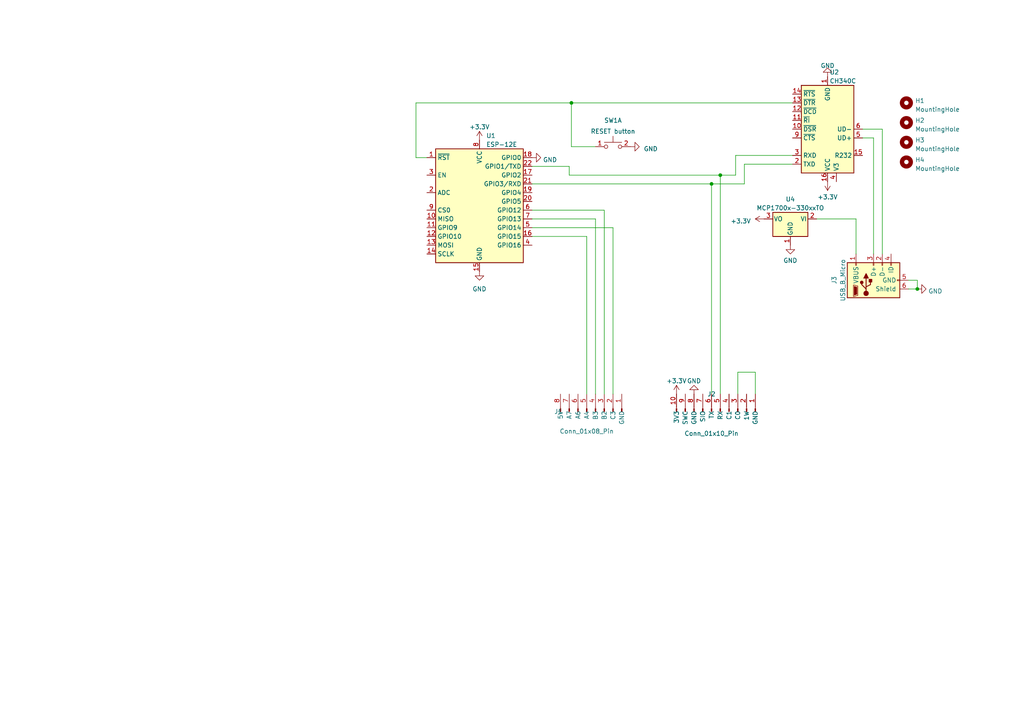
<source format=kicad_sch>
(kicad_sch (version 20221206) (generator eeschema)

  (uuid ce30f9c8-b1e1-44b0-aa84-47201fb61fb2)

  (paper "A4")

  (lib_symbols
    (symbol "Connector:Conn_01x08_Pin" (pin_names (offset 1.016)) (in_bom yes) (on_board yes)
      (property "Reference" "J1" (at 0 8.255 90)
        (effects (font (size 1.27 1.27)))
      )
      (property "Value" "Conn_01x08_Pin" (at 0 -6.35 90)
        (effects (font (size 1.27 1.27)))
      )
      (property "Footprint" "Connector_PinHeader_2.54mm:PinHeader_1x08_P2.54mm_Horizontal" (at 0 0 0)
        (effects (font (size 1.27 1.27)) hide)
      )
      (property "Datasheet" "~" (at 0 0 0)
        (effects (font (size 1.27 1.27)) hide)
      )
      (property "ki_locked" "" (at 0 0 0)
        (effects (font (size 1.27 1.27)))
      )
      (property "ki_keywords" "connector" (at 0 0 0)
        (effects (font (size 1.27 1.27)) hide)
      )
      (property "ki_description" "Generic connector, single row, 01x08, script generated" (at 0 0 0)
        (effects (font (size 1.27 1.27)) hide)
      )
      (property "ki_fp_filters" "Connector*:*_1x??_*" (at 0 0 0)
        (effects (font (size 1.27 1.27)) hide)
      )
      (symbol "Conn_01x08_Pin_1_1"
        (polyline
          (pts
            (xy 1.27 -10.16)
            (xy 0.8636 -10.16)
          )
          (stroke (width 0.1524) (type default))
          (fill (type none))
        )
        (polyline
          (pts
            (xy 1.27 -7.62)
            (xy 0.8636 -7.62)
          )
          (stroke (width 0.1524) (type default))
          (fill (type none))
        )
        (polyline
          (pts
            (xy 1.27 -5.08)
            (xy 0.8636 -5.08)
          )
          (stroke (width 0.1524) (type default))
          (fill (type none))
        )
        (polyline
          (pts
            (xy 1.27 -2.54)
            (xy 0.8636 -2.54)
          )
          (stroke (width 0.1524) (type default))
          (fill (type none))
        )
        (polyline
          (pts
            (xy 1.27 0)
            (xy 0.8636 0)
          )
          (stroke (width 0.1524) (type default))
          (fill (type none))
        )
        (polyline
          (pts
            (xy 1.27 2.54)
            (xy 0.8636 2.54)
          )
          (stroke (width 0.1524) (type default))
          (fill (type none))
        )
        (polyline
          (pts
            (xy 1.27 5.08)
            (xy 0.8636 5.08)
          )
          (stroke (width 0.1524) (type default))
          (fill (type none))
        )
        (polyline
          (pts
            (xy 1.27 7.62)
            (xy 0.8636 7.62)
          )
          (stroke (width 0.1524) (type default))
          (fill (type none))
        )
        (rectangle (start 0.8636 -10.033) (end 0 -10.287)
          (stroke (width 0.1524) (type default))
          (fill (type outline))
        )
        (rectangle (start 0.8636 -7.493) (end 0 -7.747)
          (stroke (width 0.1524) (type default))
          (fill (type outline))
        )
        (rectangle (start 0.8636 -4.953) (end 0 -5.207)
          (stroke (width 0.1524) (type default))
          (fill (type outline))
        )
        (rectangle (start 0.8636 -2.413) (end 0 -2.667)
          (stroke (width 0.1524) (type default))
          (fill (type outline))
        )
        (rectangle (start 0.8636 0.127) (end 0 -0.127)
          (stroke (width 0.1524) (type default))
          (fill (type outline))
        )
        (rectangle (start 0.8636 2.667) (end 0 2.413)
          (stroke (width 0.1524) (type default))
          (fill (type outline))
        )
        (rectangle (start 0.8636 5.207) (end 0 4.953)
          (stroke (width 0.1524) (type default))
          (fill (type outline))
        )
        (rectangle (start 0.8636 7.747) (end 0 7.493)
          (stroke (width 0.1524) (type default))
          (fill (type outline))
        )
        (pin passive line (at 5.08 -10.16 180) (length 3.81)
          (name "GND" (effects (font (size 1.27 1.27))))
          (number "1" (effects (font (size 1.27 1.27))))
        )
        (pin passive line (at 5.08 -7.62 180) (length 3.81)
          (name "C3" (effects (font (size 1.27 1.27))))
          (number "2" (effects (font (size 1.27 1.27))))
        )
        (pin passive line (at 5.08 -5.08 180) (length 3.81)
          (name "B2" (effects (font (size 1.27 1.27))))
          (number "3" (effects (font (size 1.27 1.27))))
        )
        (pin passive line (at 5.08 -2.54 180) (length 3.81)
          (name "B3" (effects (font (size 1.27 1.27))))
          (number "4" (effects (font (size 1.27 1.27))))
        )
        (pin passive line (at 5.08 0 180) (length 3.81)
          (name "A4" (effects (font (size 1.27 1.27))))
          (number "5" (effects (font (size 1.27 1.27))))
        )
        (pin passive line (at 5.08 2.54 180) (length 3.81)
          (name "A6" (effects (font (size 1.27 1.27))))
          (number "6" (effects (font (size 1.27 1.27))))
        )
        (pin passive line (at 5.08 5.08 180) (length 3.81)
          (name "A7" (effects (font (size 1.27 1.27))))
          (number "7" (effects (font (size 1.27 1.27))))
        )
        (pin passive line (at 5.08 7.62 180) (length 3.81)
          (name "5V" (effects (font (size 1.27 1.27))))
          (number "8" (effects (font (size 1.27 1.27))))
        )
      )
    )
    (symbol "Connector:Conn_01x10_Pin" (pin_names (offset 1.016)) (in_bom yes) (on_board yes)
      (property "Reference" "J2" (at 5.08 0 90)
        (effects (font (size 1.27 1.27)))
      )
      (property "Value" "Conn_01x10_Pin" (at 0 -6.35 90)
        (effects (font (size 1.27 1.27)))
      )
      (property "Footprint" "Connector_PinHeader_2.54mm:PinHeader_1x10_P2.54mm_Horizontal" (at 12.7 -8.89 90)
        (effects (font (size 1.27 1.27)) hide)
      )
      (property "Datasheet" "~" (at 0 0 0)
        (effects (font (size 1.27 1.27)) hide)
      )
      (property "ki_locked" "" (at 0 0 0)
        (effects (font (size 1.27 1.27)))
      )
      (property "ki_keywords" "connector" (at 0 0 0)
        (effects (font (size 1.27 1.27)) hide)
      )
      (property "ki_description" "Generic connector, single row, 01x10, script generated" (at 0 0 0)
        (effects (font (size 1.27 1.27)) hide)
      )
      (property "ki_fp_filters" "Connector*:*_1x??_*" (at 0 0 0)
        (effects (font (size 1.27 1.27)) hide)
      )
      (symbol "Conn_01x10_Pin_1_1"
        (polyline
          (pts
            (xy 1.27 -12.7)
            (xy 0.8636 -12.7)
          )
          (stroke (width 0.1524) (type default))
          (fill (type none))
        )
        (polyline
          (pts
            (xy 1.27 -10.16)
            (xy 0.8636 -10.16)
          )
          (stroke (width 0.1524) (type default))
          (fill (type none))
        )
        (polyline
          (pts
            (xy 1.27 -7.62)
            (xy 0.8636 -7.62)
          )
          (stroke (width 0.1524) (type default))
          (fill (type none))
        )
        (polyline
          (pts
            (xy 1.27 -5.08)
            (xy 0.8636 -5.08)
          )
          (stroke (width 0.1524) (type default))
          (fill (type none))
        )
        (polyline
          (pts
            (xy 1.27 -2.54)
            (xy 0.8636 -2.54)
          )
          (stroke (width 0.1524) (type default))
          (fill (type none))
        )
        (polyline
          (pts
            (xy 1.27 0)
            (xy 0.8636 0)
          )
          (stroke (width 0.1524) (type default))
          (fill (type none))
        )
        (polyline
          (pts
            (xy 1.27 2.54)
            (xy 0.8636 2.54)
          )
          (stroke (width 0.1524) (type default))
          (fill (type none))
        )
        (polyline
          (pts
            (xy 1.27 5.08)
            (xy 0.8636 5.08)
          )
          (stroke (width 0.1524) (type default))
          (fill (type none))
        )
        (polyline
          (pts
            (xy 1.27 7.62)
            (xy 0.8636 7.62)
          )
          (stroke (width 0.1524) (type default))
          (fill (type none))
        )
        (polyline
          (pts
            (xy 1.27 10.16)
            (xy 0.8636 10.16)
          )
          (stroke (width 0.1524) (type default))
          (fill (type none))
        )
        (rectangle (start 0.8636 -12.573) (end 0 -12.827)
          (stroke (width 0.1524) (type default))
          (fill (type outline))
        )
        (rectangle (start 0.8636 -10.033) (end 0 -10.287)
          (stroke (width 0.1524) (type default))
          (fill (type outline))
        )
        (rectangle (start 0.8636 -7.493) (end 0 -7.747)
          (stroke (width 0.1524) (type default))
          (fill (type outline))
        )
        (rectangle (start 0.8636 -4.953) (end 0 -5.207)
          (stroke (width 0.1524) (type default))
          (fill (type outline))
        )
        (rectangle (start 0.8636 -2.413) (end 0 -2.667)
          (stroke (width 0.1524) (type default))
          (fill (type outline))
        )
        (rectangle (start 0.8636 0.127) (end 0 -0.127)
          (stroke (width 0.1524) (type default))
          (fill (type outline))
        )
        (rectangle (start 0.8636 2.667) (end 0 2.413)
          (stroke (width 0.1524) (type default))
          (fill (type outline))
        )
        (rectangle (start 0.8636 5.207) (end 0 4.953)
          (stroke (width 0.1524) (type default))
          (fill (type outline))
        )
        (rectangle (start 0.8636 7.747) (end 0 7.493)
          (stroke (width 0.1524) (type default))
          (fill (type outline))
        )
        (rectangle (start 0.8636 10.287) (end 0 10.033)
          (stroke (width 0.1524) (type default))
          (fill (type outline))
        )
        (pin passive line (at 5.08 -12.7 180) (length 3.81)
          (name "GND" (effects (font (size 1.27 1.27))))
          (number "1" (effects (font (size 1.27 1.27))))
        )
        (pin passive line (at 5.08 10.16 180) (length 3.81)
          (name "3V3" (effects (font (size 1.27 1.27))))
          (number "10" (effects (font (size 1.27 1.27))))
        )
        (pin passive line (at 5.08 -10.16 180) (length 3.81)
          (name "1W" (effects (font (size 1.27 1.27))))
          (number "2" (effects (font (size 1.27 1.27))))
        )
        (pin passive line (at 5.08 -7.62 180) (length 3.81)
          (name "C0" (effects (font (size 1.27 1.27))))
          (number "3" (effects (font (size 1.27 1.27))))
        )
        (pin passive line (at 5.08 -5.08 180) (length 3.81)
          (name "C1" (effects (font (size 1.27 1.27))))
          (number "4" (effects (font (size 1.27 1.27))))
        )
        (pin passive line (at 5.08 -2.54 180) (length 3.81)
          (name "RX" (effects (font (size 1.27 1.27))))
          (number "5" (effects (font (size 1.27 1.27))))
        )
        (pin passive line (at 5.08 0 180) (length 3.81)
          (name "TX" (effects (font (size 1.27 1.27))))
          (number "6" (effects (font (size 1.27 1.27))))
        )
        (pin passive line (at 5.08 2.54 180) (length 3.81)
          (name "SIO" (effects (font (size 1.27 1.27))))
          (number "7" (effects (font (size 1.27 1.27))))
        )
        (pin passive line (at 5.08 5.08 180) (length 3.81)
          (name "GND" (effects (font (size 1.27 1.27))))
          (number "8" (effects (font (size 1.27 1.27))))
        )
        (pin passive line (at 5.08 7.62 180) (length 3.81)
          (name "SWC" (effects (font (size 1.27 1.27))))
          (number "9" (effects (font (size 1.27 1.27))))
        )
      )
    )
    (symbol "Connector:USB_B_Micro" (pin_names (offset 1.016)) (in_bom yes) (on_board yes)
      (property "Reference" "J" (at -5.08 11.43 0)
        (effects (font (size 1.27 1.27)) (justify left))
      )
      (property "Value" "USB_B_Micro" (at -5.08 8.89 0)
        (effects (font (size 1.27 1.27)) (justify left))
      )
      (property "Footprint" "" (at 3.81 -1.27 0)
        (effects (font (size 1.27 1.27)) hide)
      )
      (property "Datasheet" "~" (at 3.81 -1.27 0)
        (effects (font (size 1.27 1.27)) hide)
      )
      (property "ki_keywords" "connector USB micro" (at 0 0 0)
        (effects (font (size 1.27 1.27)) hide)
      )
      (property "ki_description" "USB Micro Type B connector" (at 0 0 0)
        (effects (font (size 1.27 1.27)) hide)
      )
      (property "ki_fp_filters" "USB*" (at 0 0 0)
        (effects (font (size 1.27 1.27)) hide)
      )
      (symbol "USB_B_Micro_0_1"
        (rectangle (start -5.08 -7.62) (end 5.08 7.62)
          (stroke (width 0.254) (type default))
          (fill (type background))
        )
        (circle (center -3.81 2.159) (radius 0.635)
          (stroke (width 0.254) (type default))
          (fill (type outline))
        )
        (circle (center -0.635 3.429) (radius 0.381)
          (stroke (width 0.254) (type default))
          (fill (type outline))
        )
        (rectangle (start -0.127 -7.62) (end 0.127 -6.858)
          (stroke (width 0) (type default))
          (fill (type none))
        )
        (polyline
          (pts
            (xy -1.905 2.159)
            (xy 0.635 2.159)
          )
          (stroke (width 0.254) (type default))
          (fill (type none))
        )
        (polyline
          (pts
            (xy -3.175 2.159)
            (xy -2.54 2.159)
            (xy -1.27 3.429)
            (xy -0.635 3.429)
          )
          (stroke (width 0.254) (type default))
          (fill (type none))
        )
        (polyline
          (pts
            (xy -2.54 2.159)
            (xy -1.905 2.159)
            (xy -1.27 0.889)
            (xy 0 0.889)
          )
          (stroke (width 0.254) (type default))
          (fill (type none))
        )
        (polyline
          (pts
            (xy 0.635 2.794)
            (xy 0.635 1.524)
            (xy 1.905 2.159)
            (xy 0.635 2.794)
          )
          (stroke (width 0.254) (type default))
          (fill (type outline))
        )
        (polyline
          (pts
            (xy -4.318 5.588)
            (xy -1.778 5.588)
            (xy -2.032 4.826)
            (xy -4.064 4.826)
            (xy -4.318 5.588)
          )
          (stroke (width 0) (type default))
          (fill (type outline))
        )
        (polyline
          (pts
            (xy -4.699 5.842)
            (xy -4.699 5.588)
            (xy -4.445 4.826)
            (xy -4.445 4.572)
            (xy -1.651 4.572)
            (xy -1.651 4.826)
            (xy -1.397 5.588)
            (xy -1.397 5.842)
            (xy -4.699 5.842)
          )
          (stroke (width 0) (type default))
          (fill (type none))
        )
        (rectangle (start 0.254 1.27) (end -0.508 0.508)
          (stroke (width 0.254) (type default))
          (fill (type outline))
        )
        (rectangle (start 5.08 -5.207) (end 4.318 -4.953)
          (stroke (width 0) (type default))
          (fill (type none))
        )
        (rectangle (start 5.08 -2.667) (end 4.318 -2.413)
          (stroke (width 0) (type default))
          (fill (type none))
        )
        (rectangle (start 5.08 -0.127) (end 4.318 0.127)
          (stroke (width 0) (type default))
          (fill (type none))
        )
        (rectangle (start 5.08 4.953) (end 4.318 5.207)
          (stroke (width 0) (type default))
          (fill (type none))
        )
      )
      (symbol "USB_B_Micro_1_1"
        (pin power_out line (at 7.62 5.08 180) (length 2.54)
          (name "VBUS" (effects (font (size 1.27 1.27))))
          (number "1" (effects (font (size 1.27 1.27))))
        )
        (pin bidirectional line (at 7.62 -2.54 180) (length 2.54)
          (name "D-" (effects (font (size 1.27 1.27))))
          (number "2" (effects (font (size 1.27 1.27))))
        )
        (pin bidirectional line (at 7.62 0 180) (length 2.54)
          (name "D+" (effects (font (size 1.27 1.27))))
          (number "3" (effects (font (size 1.27 1.27))))
        )
        (pin passive line (at 7.62 -5.08 180) (length 2.54)
          (name "ID" (effects (font (size 1.27 1.27))))
          (number "4" (effects (font (size 1.27 1.27))))
        )
        (pin power_out line (at 0 -10.16 90) (length 2.54)
          (name "GND" (effects (font (size 1.27 1.27))))
          (number "5" (effects (font (size 1.27 1.27))))
        )
        (pin passive line (at -2.54 -10.16 90) (length 2.54)
          (name "Shield" (effects (font (size 1.27 1.27))))
          (number "6" (effects (font (size 1.27 1.27))))
        )
      )
    )
    (symbol "Interface_USB:CH340C" (in_bom yes) (on_board yes)
      (property "Reference" "U" (at -5.08 13.97 0)
        (effects (font (size 1.27 1.27)) (justify right))
      )
      (property "Value" "CH340C" (at 1.27 13.97 0)
        (effects (font (size 1.27 1.27)) (justify left))
      )
      (property "Footprint" "Package_SO:SOIC-16_3.9x9.9mm_P1.27mm" (at 1.27 -13.97 0)
        (effects (font (size 1.27 1.27)) (justify left) hide)
      )
      (property "Datasheet" "https://datasheet.lcsc.com/szlcsc/Jiangsu-Qin-Heng-CH340C_C84681.pdf" (at -8.89 20.32 0)
        (effects (font (size 1.27 1.27)) hide)
      )
      (property "ki_keywords" "USB UART Serial Converter Interface" (at 0 0 0)
        (effects (font (size 1.27 1.27)) hide)
      )
      (property "ki_description" "USB serial converter, UART, SOIC-16" (at 0 0 0)
        (effects (font (size 1.27 1.27)) hide)
      )
      (property "ki_fp_filters" "SOIC*3.9x9.9mm*P1.27mm*" (at 0 0 0)
        (effects (font (size 1.27 1.27)) hide)
      )
      (symbol "CH340C_0_1"
        (rectangle (start -7.62 12.7) (end 7.62 -12.7)
          (stroke (width 0.254) (type default))
          (fill (type background))
        )
      )
      (symbol "CH340C_1_1"
        (pin power_in line (at 0 -15.24 90) (length 2.54)
          (name "GND" (effects (font (size 1.27 1.27))))
          (number "1" (effects (font (size 1.27 1.27))))
        )
        (pin input line (at 10.16 0 180) (length 2.54)
          (name "~{DSR}" (effects (font (size 1.27 1.27))))
          (number "10" (effects (font (size 1.27 1.27))))
        )
        (pin input line (at 10.16 -2.54 180) (length 2.54)
          (name "~{RI}" (effects (font (size 1.27 1.27))))
          (number "11" (effects (font (size 1.27 1.27))))
        )
        (pin input line (at 10.16 -5.08 180) (length 2.54)
          (name "~{DCD}" (effects (font (size 1.27 1.27))))
          (number "12" (effects (font (size 1.27 1.27))))
        )
        (pin output line (at 10.16 -7.62 180) (length 2.54)
          (name "~{DTR}" (effects (font (size 1.27 1.27))))
          (number "13" (effects (font (size 1.27 1.27))))
        )
        (pin output line (at 10.16 -10.16 180) (length 2.54)
          (name "~{RTS}" (effects (font (size 1.27 1.27))))
          (number "14" (effects (font (size 1.27 1.27))))
        )
        (pin input line (at -10.16 7.62 0) (length 2.54)
          (name "R232" (effects (font (size 1.27 1.27))))
          (number "15" (effects (font (size 1.27 1.27))))
        )
        (pin power_in line (at 0 15.24 270) (length 2.54)
          (name "VCC" (effects (font (size 1.27 1.27))))
          (number "16" (effects (font (size 1.27 1.27))))
        )
        (pin output line (at 10.16 10.16 180) (length 2.54)
          (name "TXD" (effects (font (size 1.27 1.27))))
          (number "2" (effects (font (size 1.27 1.27))))
        )
        (pin input line (at 10.16 7.62 180) (length 2.54)
          (name "RXD" (effects (font (size 1.27 1.27))))
          (number "3" (effects (font (size 1.27 1.27))))
        )
        (pin passive line (at -2.54 15.24 270) (length 2.54)
          (name "V3" (effects (font (size 1.27 1.27))))
          (number "4" (effects (font (size 1.27 1.27))))
        )
        (pin bidirectional line (at -10.16 2.54 0) (length 2.54)
          (name "UD+" (effects (font (size 1.27 1.27))))
          (number "5" (effects (font (size 1.27 1.27))))
        )
        (pin bidirectional line (at -10.16 0 0) (length 2.54)
          (name "UD-" (effects (font (size 1.27 1.27))))
          (number "6" (effects (font (size 1.27 1.27))))
        )
        (pin no_connect line (at -7.62 -7.62 0) (length 2.54) hide
          (name "NC" (effects (font (size 1.27 1.27))))
          (number "7" (effects (font (size 1.27 1.27))))
        )
        (pin no_connect line (at -7.62 -10.16 0) (length 2.54) hide
          (name "NC" (effects (font (size 1.27 1.27))))
          (number "8" (effects (font (size 1.27 1.27))))
        )
        (pin input line (at 10.16 2.54 180) (length 2.54)
          (name "~{CTS}" (effects (font (size 1.27 1.27))))
          (number "9" (effects (font (size 1.27 1.27))))
        )
      )
    )
    (symbol "Mechanical:MountingHole" (pin_names (offset 1.016)) (in_bom yes) (on_board yes)
      (property "Reference" "H" (at 0 5.08 0)
        (effects (font (size 1.27 1.27)))
      )
      (property "Value" "MountingHole" (at 0 3.175 0)
        (effects (font (size 1.27 1.27)))
      )
      (property "Footprint" "" (at 0 0 0)
        (effects (font (size 1.27 1.27)) hide)
      )
      (property "Datasheet" "~" (at 0 0 0)
        (effects (font (size 1.27 1.27)) hide)
      )
      (property "ki_keywords" "mounting hole" (at 0 0 0)
        (effects (font (size 1.27 1.27)) hide)
      )
      (property "ki_description" "Mounting Hole without connection" (at 0 0 0)
        (effects (font (size 1.27 1.27)) hide)
      )
      (property "ki_fp_filters" "MountingHole*" (at 0 0 0)
        (effects (font (size 1.27 1.27)) hide)
      )
      (symbol "MountingHole_0_1"
        (circle (center 0 0) (radius 1.27)
          (stroke (width 1.27) (type default))
          (fill (type none))
        )
      )
    )
    (symbol "RF_Module:ESP-12E" (in_bom yes) (on_board yes)
      (property "Reference" "U" (at -12.7 19.05 0)
        (effects (font (size 1.27 1.27)) (justify left))
      )
      (property "Value" "ESP-12E" (at 12.7 19.05 0)
        (effects (font (size 1.27 1.27)) (justify right))
      )
      (property "Footprint" "RF_Module:ESP-12E" (at 0 0 0)
        (effects (font (size 1.27 1.27)) hide)
      )
      (property "Datasheet" "http://wiki.ai-thinker.com/_media/esp8266/esp8266_series_modules_user_manual_v1.1.pdf" (at -8.89 2.54 0)
        (effects (font (size 1.27 1.27)) hide)
      )
      (property "ki_keywords" "802.11 Wi-Fi" (at 0 0 0)
        (effects (font (size 1.27 1.27)) hide)
      )
      (property "ki_description" "802.11 b/g/n Wi-Fi Module" (at 0 0 0)
        (effects (font (size 1.27 1.27)) hide)
      )
      (property "ki_fp_filters" "ESP?12*" (at 0 0 0)
        (effects (font (size 1.27 1.27)) hide)
      )
      (symbol "ESP-12E_0_1"
        (rectangle (start -12.7 17.78) (end 12.7 -15.24)
          (stroke (width 0.254) (type default))
          (fill (type background))
        )
      )
      (symbol "ESP-12E_1_1"
        (pin input line (at -15.24 15.24 0) (length 2.54)
          (name "~{RST}" (effects (font (size 1.27 1.27))))
          (number "1" (effects (font (size 1.27 1.27))))
        )
        (pin bidirectional line (at -15.24 -2.54 0) (length 2.54)
          (name "MISO" (effects (font (size 1.27 1.27))))
          (number "10" (effects (font (size 1.27 1.27))))
        )
        (pin bidirectional line (at -15.24 -5.08 0) (length 2.54)
          (name "GPIO9" (effects (font (size 1.27 1.27))))
          (number "11" (effects (font (size 1.27 1.27))))
        )
        (pin bidirectional line (at -15.24 -7.62 0) (length 2.54)
          (name "GPIO10" (effects (font (size 1.27 1.27))))
          (number "12" (effects (font (size 1.27 1.27))))
        )
        (pin bidirectional line (at -15.24 -10.16 0) (length 2.54)
          (name "MOSI" (effects (font (size 1.27 1.27))))
          (number "13" (effects (font (size 1.27 1.27))))
        )
        (pin bidirectional line (at -15.24 -12.7 0) (length 2.54)
          (name "SCLK" (effects (font (size 1.27 1.27))))
          (number "14" (effects (font (size 1.27 1.27))))
        )
        (pin power_in line (at 0 -17.78 90) (length 2.54)
          (name "GND" (effects (font (size 1.27 1.27))))
          (number "15" (effects (font (size 1.27 1.27))))
        )
        (pin bidirectional line (at 15.24 -7.62 180) (length 2.54)
          (name "GPIO15" (effects (font (size 1.27 1.27))))
          (number "16" (effects (font (size 1.27 1.27))))
        )
        (pin bidirectional line (at 15.24 10.16 180) (length 2.54)
          (name "GPIO2" (effects (font (size 1.27 1.27))))
          (number "17" (effects (font (size 1.27 1.27))))
        )
        (pin bidirectional line (at 15.24 15.24 180) (length 2.54)
          (name "GPIO0" (effects (font (size 1.27 1.27))))
          (number "18" (effects (font (size 1.27 1.27))))
        )
        (pin bidirectional line (at 15.24 5.08 180) (length 2.54)
          (name "GPIO4" (effects (font (size 1.27 1.27))))
          (number "19" (effects (font (size 1.27 1.27))))
        )
        (pin input line (at -15.24 5.08 0) (length 2.54)
          (name "ADC" (effects (font (size 1.27 1.27))))
          (number "2" (effects (font (size 1.27 1.27))))
        )
        (pin bidirectional line (at 15.24 2.54 180) (length 2.54)
          (name "GPIO5" (effects (font (size 1.27 1.27))))
          (number "20" (effects (font (size 1.27 1.27))))
        )
        (pin bidirectional line (at 15.24 7.62 180) (length 2.54)
          (name "GPIO3/RXD" (effects (font (size 1.27 1.27))))
          (number "21" (effects (font (size 1.27 1.27))))
        )
        (pin bidirectional line (at 15.24 12.7 180) (length 2.54)
          (name "GPIO1/TXD" (effects (font (size 1.27 1.27))))
          (number "22" (effects (font (size 1.27 1.27))))
        )
        (pin input line (at -15.24 10.16 0) (length 2.54)
          (name "EN" (effects (font (size 1.27 1.27))))
          (number "3" (effects (font (size 1.27 1.27))))
        )
        (pin bidirectional line (at 15.24 -10.16 180) (length 2.54)
          (name "GPIO16" (effects (font (size 1.27 1.27))))
          (number "4" (effects (font (size 1.27 1.27))))
        )
        (pin bidirectional line (at 15.24 -5.08 180) (length 2.54)
          (name "GPIO14" (effects (font (size 1.27 1.27))))
          (number "5" (effects (font (size 1.27 1.27))))
        )
        (pin bidirectional line (at 15.24 0 180) (length 2.54)
          (name "GPIO12" (effects (font (size 1.27 1.27))))
          (number "6" (effects (font (size 1.27 1.27))))
        )
        (pin bidirectional line (at 15.24 -2.54 180) (length 2.54)
          (name "GPIO13" (effects (font (size 1.27 1.27))))
          (number "7" (effects (font (size 1.27 1.27))))
        )
        (pin power_in line (at 0 20.32 270) (length 2.54)
          (name "VCC" (effects (font (size 1.27 1.27))))
          (number "8" (effects (font (size 1.27 1.27))))
        )
        (pin input line (at -15.24 0 0) (length 2.54)
          (name "CS0" (effects (font (size 1.27 1.27))))
          (number "9" (effects (font (size 1.27 1.27))))
        )
      )
    )
    (symbol "Regulator_Linear:MCP1700x-330xxTO" (pin_names (offset 0.254)) (in_bom yes) (on_board yes)
      (property "Reference" "U" (at -3.81 -3.175 0)
        (effects (font (size 1.27 1.27)))
      )
      (property "Value" "MCP1700x-330xxTO" (at 0 -3.175 0)
        (effects (font (size 1.27 1.27)) (justify left))
      )
      (property "Footprint" "Package_TO_SOT_THT:TO-92_Inline" (at 0 -5.08 0)
        (effects (font (size 1.27 1.27) italic) hide)
      )
      (property "Datasheet" "http://ww1.microchip.com/downloads/en/DeviceDoc/20001826D.pdf" (at 0 0 0)
        (effects (font (size 1.27 1.27)) hide)
      )
      (property "ki_keywords" "regulator linear ldo" (at 0 0 0)
        (effects (font (size 1.27 1.27)) hide)
      )
      (property "ki_description" "250mA Low Quiscent Current LDO, 3.3V output, TO-92" (at 0 0 0)
        (effects (font (size 1.27 1.27)) hide)
      )
      (property "ki_fp_filters" "TO?92*" (at 0 0 0)
        (effects (font (size 1.27 1.27)) hide)
      )
      (symbol "MCP1700x-330xxTO_0_1"
        (rectangle (start -5.08 5.08) (end 5.08 -1.905)
          (stroke (width 0.254) (type default))
          (fill (type background))
        )
      )
      (symbol "MCP1700x-330xxTO_1_1"
        (pin power_in line (at 0 7.62 270) (length 2.54)
          (name "GND" (effects (font (size 1.27 1.27))))
          (number "1" (effects (font (size 1.27 1.27))))
        )
        (pin power_in line (at -7.62 0 0) (length 2.54)
          (name "VI" (effects (font (size 1.27 1.27))))
          (number "2" (effects (font (size 1.27 1.27))))
        )
        (pin power_out line (at 7.62 0 180) (length 2.54)
          (name "VO" (effects (font (size 1.27 1.27))))
          (number "3" (effects (font (size 1.27 1.27))))
        )
      )
    )
    (symbol "Switch:SW_Push_Dual_x2" (pin_names (offset 1.016) hide) (in_bom yes) (on_board yes)
      (property "Reference" "SW" (at 1.27 2.54 0)
        (effects (font (size 1.27 1.27)) (justify left))
      )
      (property "Value" "SW_Push_Dual_x2" (at 0 -1.524 0)
        (effects (font (size 1.27 1.27)))
      )
      (property "Footprint" "" (at 0 5.08 0)
        (effects (font (size 1.27 1.27)) hide)
      )
      (property "Datasheet" "~" (at 0 5.08 0)
        (effects (font (size 1.27 1.27)) hide)
      )
      (property "ki_keywords" "switch normally-open pushbutton push-button" (at 0 0 0)
        (effects (font (size 1.27 1.27)) hide)
      )
      (property "ki_description" "Push button switch, generic, separate symbols, four pins" (at 0 0 0)
        (effects (font (size 1.27 1.27)) hide)
      )
      (symbol "SW_Push_Dual_x2_0_1"
        (circle (center -2.032 0) (radius 0.508)
          (stroke (width 0) (type default))
          (fill (type none))
        )
        (polyline
          (pts
            (xy 0 1.27)
            (xy 0 3.048)
          )
          (stroke (width 0) (type default))
          (fill (type none))
        )
        (polyline
          (pts
            (xy 2.54 1.27)
            (xy -2.54 1.27)
          )
          (stroke (width 0) (type default))
          (fill (type none))
        )
        (circle (center 2.032 0) (radius 0.508)
          (stroke (width 0) (type default))
          (fill (type none))
        )
      )
      (symbol "SW_Push_Dual_x2_1_1"
        (pin passive line (at -5.08 0 0) (length 2.54)
          (name "C" (effects (font (size 1.27 1.27))))
          (number "1" (effects (font (size 1.27 1.27))))
        )
        (pin passive line (at 5.08 0 180) (length 2.54)
          (name "D" (effects (font (size 1.27 1.27))))
          (number "2" (effects (font (size 1.27 1.27))))
        )
      )
      (symbol "SW_Push_Dual_x2_2_1"
        (pin passive line (at -5.08 0 0) (length 2.54)
          (name "C" (effects (font (size 1.27 1.27))))
          (number "3" (effects (font (size 1.27 1.27))))
        )
        (pin passive line (at 5.08 0 180) (length 2.54)
          (name "D" (effects (font (size 1.27 1.27))))
          (number "4" (effects (font (size 1.27 1.27))))
        )
      )
    )
    (symbol "power:+3.3V" (power) (pin_names (offset 0)) (in_bom yes) (on_board yes)
      (property "Reference" "#PWR" (at 0 -3.81 0)
        (effects (font (size 1.27 1.27)) hide)
      )
      (property "Value" "+3.3V" (at 0 3.556 0)
        (effects (font (size 1.27 1.27)))
      )
      (property "Footprint" "" (at 0 0 0)
        (effects (font (size 1.27 1.27)) hide)
      )
      (property "Datasheet" "" (at 0 0 0)
        (effects (font (size 1.27 1.27)) hide)
      )
      (property "ki_keywords" "global power" (at 0 0 0)
        (effects (font (size 1.27 1.27)) hide)
      )
      (property "ki_description" "Power symbol creates a global label with name \"+3.3V\"" (at 0 0 0)
        (effects (font (size 1.27 1.27)) hide)
      )
      (symbol "+3.3V_0_1"
        (polyline
          (pts
            (xy -0.762 1.27)
            (xy 0 2.54)
          )
          (stroke (width 0) (type default))
          (fill (type none))
        )
        (polyline
          (pts
            (xy 0 0)
            (xy 0 2.54)
          )
          (stroke (width 0) (type default))
          (fill (type none))
        )
        (polyline
          (pts
            (xy 0 2.54)
            (xy 0.762 1.27)
          )
          (stroke (width 0) (type default))
          (fill (type none))
        )
      )
      (symbol "+3.3V_1_1"
        (pin power_in line (at 0 0 90) (length 0) hide
          (name "+3.3V" (effects (font (size 1.27 1.27))))
          (number "1" (effects (font (size 1.27 1.27))))
        )
      )
    )
    (symbol "power:GND" (power) (pin_names (offset 0)) (in_bom yes) (on_board yes)
      (property "Reference" "#PWR" (at 0 -6.35 0)
        (effects (font (size 1.27 1.27)) hide)
      )
      (property "Value" "GND" (at 0 -3.81 0)
        (effects (font (size 1.27 1.27)))
      )
      (property "Footprint" "" (at 0 0 0)
        (effects (font (size 1.27 1.27)) hide)
      )
      (property "Datasheet" "" (at 0 0 0)
        (effects (font (size 1.27 1.27)) hide)
      )
      (property "ki_keywords" "global power" (at 0 0 0)
        (effects (font (size 1.27 1.27)) hide)
      )
      (property "ki_description" "Power symbol creates a global label with name \"GND\" , ground" (at 0 0 0)
        (effects (font (size 1.27 1.27)) hide)
      )
      (symbol "GND_0_1"
        (polyline
          (pts
            (xy 0 0)
            (xy 0 -1.27)
            (xy 1.27 -1.27)
            (xy 0 -2.54)
            (xy -1.27 -1.27)
            (xy 0 -1.27)
          )
          (stroke (width 0) (type default))
          (fill (type none))
        )
      )
      (symbol "GND_1_1"
        (pin power_in line (at 0 0 270) (length 0) hide
          (name "GND" (effects (font (size 1.27 1.27))))
          (number "1" (effects (font (size 1.27 1.27))))
        )
      )
    )
  )

  (junction (at 266.065 83.82) (diameter 0) (color 0 0 0 0)
    (uuid 23ac4efa-104c-4187-bb6b-5163c0a33a72)
  )
  (junction (at 165.735 29.845) (diameter 0) (color 0 0 0 0)
    (uuid 56959a2a-11d3-44db-99bd-cf90b374ea6e)
  )
  (junction (at 206.375 53.34) (diameter 0) (color 0 0 0 0)
    (uuid 683b1346-07c7-484d-bc63-47ae819c55bb)
  )
  (junction (at 208.915 50.8) (diameter 0) (color 0 0 0 0)
    (uuid bb43fabe-852d-41d4-9546-df1b4fac36dc)
  )

  (wire (pts (xy 236.855 63.5) (xy 248.285 63.5))
    (stroke (width 0) (type default))
    (uuid 023c0a4c-4546-460d-b62d-cfccd0c3fa51)
  )
  (wire (pts (xy 229.87 45.085) (xy 213.36 45.085))
    (stroke (width 0) (type default))
    (uuid 0a3ea1dc-606a-49f7-a784-3038d78229d8)
  )
  (wire (pts (xy 177.8 114.3) (xy 177.8 66.04))
    (stroke (width 0) (type default))
    (uuid 1e6ea938-8de4-4fee-a216-b7603a273403)
  )
  (wire (pts (xy 165.1 50.8) (xy 165.1 48.26))
    (stroke (width 0) (type default))
    (uuid 23a19a65-8879-4a81-9d07-3084f76f2c35)
  )
  (wire (pts (xy 170.18 68.58) (xy 170.18 114.3))
    (stroke (width 0) (type default))
    (uuid 2fb0eb34-f9a8-458f-b6ab-85f656818461)
  )
  (wire (pts (xy 255.905 37.465) (xy 255.905 73.66))
    (stroke (width 0) (type default))
    (uuid 30cc747d-3d4f-40bd-a68d-f63a5ca709e2)
  )
  (wire (pts (xy 248.285 63.5) (xy 248.285 73.66))
    (stroke (width 0) (type default))
    (uuid 37a7b09a-38f6-4b1c-a0c1-a5522afa044c)
  )
  (wire (pts (xy 206.375 114.3) (xy 206.375 53.34))
    (stroke (width 0) (type default))
    (uuid 439dbe2e-910a-4296-a63f-2109f7e314ec)
  )
  (wire (pts (xy 206.375 53.34) (xy 154.305 53.34))
    (stroke (width 0) (type default))
    (uuid 50756423-3a46-4c0f-b513-ff92e04de370)
  )
  (wire (pts (xy 213.36 45.085) (xy 213.36 50.8))
    (stroke (width 0) (type default))
    (uuid 5400e5fb-a79e-436e-a4f1-619f30bf31ef)
  )
  (wire (pts (xy 208.915 114.3) (xy 208.915 50.8))
    (stroke (width 0) (type default))
    (uuid 576ade3b-1173-48ef-bb09-723dedd02159)
  )
  (wire (pts (xy 250.19 40.005) (xy 253.365 40.005))
    (stroke (width 0) (type default))
    (uuid 5ff076c4-0fab-4ec4-9e08-7af6ae5eeaca)
  )
  (wire (pts (xy 213.995 107.95) (xy 213.995 114.3))
    (stroke (width 0) (type default))
    (uuid 605d1c09-a05f-4d34-9b33-0ee3e902c7c8)
  )
  (wire (pts (xy 120.65 29.845) (xy 165.735 29.845))
    (stroke (width 0) (type default))
    (uuid 61b0ea69-5469-4e17-838c-f728f924c416)
  )
  (wire (pts (xy 263.525 83.82) (xy 266.065 83.82))
    (stroke (width 0) (type default))
    (uuid 73f7d6cd-d3f9-4c5f-bacd-77d55ba36b5c)
  )
  (wire (pts (xy 213.36 50.8) (xy 208.915 50.8))
    (stroke (width 0) (type default))
    (uuid 79e37da4-b53a-433e-b197-3b3c9338f30e)
  )
  (wire (pts (xy 253.365 40.005) (xy 253.365 73.66))
    (stroke (width 0) (type default))
    (uuid 85139431-3195-40ba-8c77-bb60b5457667)
  )
  (wire (pts (xy 165.1 48.26) (xy 154.305 48.26))
    (stroke (width 0) (type default))
    (uuid 8db20b06-c175-44c0-995d-db5536aaacd3)
  )
  (wire (pts (xy 229.87 47.625) (xy 215.9 47.625))
    (stroke (width 0) (type default))
    (uuid 8ec5b4ec-29cc-43ff-b8ad-cdb49abad2be)
  )
  (wire (pts (xy 165.735 29.845) (xy 229.87 29.845))
    (stroke (width 0) (type default))
    (uuid 927626af-0890-4a16-953d-98811e9c2f9a)
  )
  (wire (pts (xy 266.065 81.28) (xy 263.525 81.28))
    (stroke (width 0) (type default))
    (uuid 9a0996c2-ce0f-47e6-9eae-47006f7de20e)
  )
  (wire (pts (xy 172.72 42.545) (xy 165.735 42.545))
    (stroke (width 0) (type default))
    (uuid a5c9d2e1-ff06-4635-81e9-aec86915cf8b)
  )
  (wire (pts (xy 208.915 50.8) (xy 165.1 50.8))
    (stroke (width 0) (type default))
    (uuid aa400a81-dfdf-4a3f-826e-b78ea01266f6)
  )
  (wire (pts (xy 172.72 63.5) (xy 172.72 114.3))
    (stroke (width 0) (type default))
    (uuid b1fdbf5e-fed8-41f2-bb86-149b89687081)
  )
  (wire (pts (xy 219.075 107.95) (xy 213.995 107.95))
    (stroke (width 0) (type default))
    (uuid b46f6648-8cc0-401f-92fb-12751036a966)
  )
  (wire (pts (xy 154.305 68.58) (xy 170.18 68.58))
    (stroke (width 0) (type default))
    (uuid b4d36b42-11af-44a3-b3ac-75f41e497841)
  )
  (wire (pts (xy 175.26 60.96) (xy 175.26 114.3))
    (stroke (width 0) (type default))
    (uuid b6e68050-7260-421a-982e-6091757b63d7)
  )
  (wire (pts (xy 123.825 45.72) (xy 120.65 45.72))
    (stroke (width 0) (type default))
    (uuid bcbc1214-5448-4bd5-9981-70408464b522)
  )
  (wire (pts (xy 165.735 42.545) (xy 165.735 29.845))
    (stroke (width 0) (type default))
    (uuid bd864961-f3ab-4335-bd1b-3945d8613ed3)
  )
  (wire (pts (xy 266.065 83.82) (xy 266.065 81.28))
    (stroke (width 0) (type default))
    (uuid c3146042-ce3f-438e-9d67-227d11a65567)
  )
  (wire (pts (xy 177.8 66.04) (xy 154.305 66.04))
    (stroke (width 0) (type default))
    (uuid c787e605-3c6e-4190-a2dd-40fb97ada2af)
  )
  (wire (pts (xy 215.9 47.625) (xy 215.9 53.34))
    (stroke (width 0) (type default))
    (uuid d419dbc4-4580-4ead-a560-112c869b0d30)
  )
  (wire (pts (xy 154.305 63.5) (xy 172.72 63.5))
    (stroke (width 0) (type default))
    (uuid db4fd394-f0c4-4ee7-af08-50578836dc08)
  )
  (wire (pts (xy 120.65 29.845) (xy 120.65 45.72))
    (stroke (width 0) (type default))
    (uuid e8985885-3193-49c2-92f4-442184ae66e4)
  )
  (wire (pts (xy 219.075 114.3) (xy 219.075 107.95))
    (stroke (width 0) (type default))
    (uuid ea87b613-7b5f-495e-96b3-ec50c01be5d2)
  )
  (wire (pts (xy 250.19 37.465) (xy 255.905 37.465))
    (stroke (width 0) (type default))
    (uuid f5976a1b-ec8b-4210-84fa-e2dc63d7ad8a)
  )
  (wire (pts (xy 215.9 53.34) (xy 206.375 53.34))
    (stroke (width 0) (type default))
    (uuid f5a21018-8456-4efe-b28d-8e09fd6268d3)
  )
  (wire (pts (xy 154.305 60.96) (xy 175.26 60.96))
    (stroke (width 0) (type default))
    (uuid fd1c2352-4744-4dbd-94ed-be3a41268ae6)
  )

  (symbol (lib_id "power:GND") (at 240.03 22.225 180) (unit 1)
    (in_bom yes) (on_board yes) (dnp no) (fields_autoplaced)
    (uuid 07a1078c-ead2-487a-ba3a-2017dd16d18a)
    (property "Reference" "#PWR010" (at 240.03 15.875 0)
      (effects (font (size 1.27 1.27)) hide)
    )
    (property "Value" "GND" (at 240.03 19.05 0)
      (effects (font (size 1.27 1.27)))
    )
    (property "Footprint" "" (at 240.03 22.225 0)
      (effects (font (size 1.27 1.27)) hide)
    )
    (property "Datasheet" "" (at 240.03 22.225 0)
      (effects (font (size 1.27 1.27)) hide)
    )
    (pin "1" (uuid b9f18f07-f196-4100-853d-589323e87f0d))
    (instances
      (project "esp8266-flipperzero"
        (path "/ce30f9c8-b1e1-44b0-aa84-47201fb61fb2"
          (reference "#PWR010") (unit 1)
        )
      )
    )
  )

  (symbol (lib_id "Connector:Conn_01x08_Pin") (at 170.18 119.38 90) (unit 1)
    (in_bom yes) (on_board yes) (dnp no)
    (uuid 16b2d808-4407-495e-9ea5-62a2a2c8fee6)
    (property "Reference" "J1" (at 161.925 119.38 90)
      (effects (font (size 1.27 1.27)))
    )
    (property "Value" "Conn_01x08_Pin" (at 170.18 125.095 90)
      (effects (font (size 1.27 1.27)))
    )
    (property "Footprint" "Connector_PinHeader_2.54mm:PinHeader_1x08_P2.54mm_Horizontal" (at 170.18 119.38 0)
      (effects (font (size 1.27 1.27)) hide)
    )
    (property "Datasheet" "~" (at 170.18 119.38 0)
      (effects (font (size 1.27 1.27)) hide)
    )
    (pin "8" (uuid a436f9b8-a7dc-4d6a-a771-c84530046f67))
    (pin "7" (uuid 0d48d6f0-eeb1-4107-92f6-df3203fc6818))
    (pin "6" (uuid acae1c17-63d7-4883-9f58-dd7180fc030c))
    (pin "5" (uuid 030c1aa3-5b24-4f2c-b1d4-82895ee77241))
    (pin "4" (uuid 581f3f49-278e-4f4e-b77c-4202e0a595e5))
    (pin "3" (uuid f79e5c59-9223-4f55-b7db-168ef5870c77))
    (pin "2" (uuid 454d2fc9-f73b-4ae7-a086-b91160d6d809))
    (pin "1" (uuid 06fe5768-bce7-4c7e-a754-2a82e55650ed))
    (instances
      (project "esp8266-flipperzero"
        (path "/ce30f9c8-b1e1-44b0-aa84-47201fb61fb2"
          (reference "J1") (unit 1)
        )
      )
    )
  )

  (symbol (lib_id "power:GND") (at 266.065 83.82 90) (unit 1)
    (in_bom yes) (on_board yes) (dnp no) (fields_autoplaced)
    (uuid 1a97468a-0cdb-4711-a5a8-a1d4a31e8c53)
    (property "Reference" "#PWR07" (at 272.415 83.82 0)
      (effects (font (size 1.27 1.27)) hide)
    )
    (property "Value" "GND" (at 269.24 84.455 90)
      (effects (font (size 1.27 1.27)) (justify right))
    )
    (property "Footprint" "" (at 266.065 83.82 0)
      (effects (font (size 1.27 1.27)) hide)
    )
    (property "Datasheet" "" (at 266.065 83.82 0)
      (effects (font (size 1.27 1.27)) hide)
    )
    (pin "1" (uuid 74053bbf-41b4-457d-a9b6-87fa1776a0c6))
    (instances
      (project "esp8266-flipperzero"
        (path "/ce30f9c8-b1e1-44b0-aa84-47201fb61fb2"
          (reference "#PWR07") (unit 1)
        )
      )
    )
  )

  (symbol (lib_id "Switch:SW_Push_Dual_x2") (at 177.8 42.545 0) (unit 1)
    (in_bom yes) (on_board yes) (dnp no)
    (uuid 2aa468d9-c2ae-4a75-97b7-7c9743afb3ce)
    (property "Reference" "SW1" (at 177.8 34.925 0)
      (effects (font (size 1.27 1.27)))
    )
    (property "Value" "RESET button" (at 177.8 38.1 0)
      (effects (font (size 1.27 1.27)))
    )
    (property "Footprint" "Button_Switch_SMD:SW_SPST_SKQG_WithStem" (at 177.8 37.465 0)
      (effects (font (size 1.27 1.27)) hide)
    )
    (property "Datasheet" "~" (at 177.8 37.465 0)
      (effects (font (size 1.27 1.27)) hide)
    )
    (pin "1" (uuid e726ebb5-6898-4582-a4a3-14cc9f46a299))
    (pin "2" (uuid 1d6cfcf7-b989-445e-9774-7632b33c9e33))
    (pin "3" (uuid 3a49b985-a35d-44ad-8af6-31dc8b6c2e09))
    (pin "4" (uuid 6ab19d27-9813-45d8-8ae1-8f6757530fa0))
    (instances
      (project "esp8266-flipperzero"
        (path "/ce30f9c8-b1e1-44b0-aa84-47201fb61fb2"
          (reference "SW1") (unit 1)
        )
      )
    )
  )

  (symbol (lib_id "power:+3.3V") (at 139.065 40.64 0) (unit 1)
    (in_bom yes) (on_board yes) (dnp no) (fields_autoplaced)
    (uuid 2d293f86-e078-440b-986a-bb0f7ad90afc)
    (property "Reference" "#PWR01" (at 139.065 44.45 0)
      (effects (font (size 1.27 1.27)) hide)
    )
    (property "Value" "+3.3V" (at 139.065 36.83 0)
      (effects (font (size 1.27 1.27)))
    )
    (property "Footprint" "" (at 139.065 40.64 0)
      (effects (font (size 1.27 1.27)) hide)
    )
    (property "Datasheet" "" (at 139.065 40.64 0)
      (effects (font (size 1.27 1.27)) hide)
    )
    (pin "1" (uuid 5357df91-62b1-44c4-95ab-1b0356874ce5))
    (instances
      (project "esp8266-flipperzero"
        (path "/ce30f9c8-b1e1-44b0-aa84-47201fb61fb2"
          (reference "#PWR01") (unit 1)
        )
      )
    )
  )

  (symbol (lib_id "Mechanical:MountingHole") (at 262.89 29.845 0) (unit 1)
    (in_bom yes) (on_board yes) (dnp no) (fields_autoplaced)
    (uuid 3d24152a-c356-43d2-a517-9d7ef2ba3a75)
    (property "Reference" "H1" (at 265.43 29.21 0)
      (effects (font (size 1.27 1.27)) (justify left))
    )
    (property "Value" "MountingHole" (at 265.43 31.75 0)
      (effects (font (size 1.27 1.27)) (justify left))
    )
    (property "Footprint" "MountingHole:MountingHole_3.2mm_M3" (at 262.89 29.845 0)
      (effects (font (size 1.27 1.27)) hide)
    )
    (property "Datasheet" "~" (at 262.89 29.845 0)
      (effects (font (size 1.27 1.27)) hide)
    )
    (instances
      (project "esp8266-flipperzero"
        (path "/ce30f9c8-b1e1-44b0-aa84-47201fb61fb2"
          (reference "H1") (unit 1)
        )
      )
    )
  )

  (symbol (lib_id "Mechanical:MountingHole") (at 262.89 35.56 0) (unit 1)
    (in_bom yes) (on_board yes) (dnp no) (fields_autoplaced)
    (uuid 3e6c7800-4283-4a2a-a3c0-e69c36316e1d)
    (property "Reference" "H2" (at 265.43 34.925 0)
      (effects (font (size 1.27 1.27)) (justify left))
    )
    (property "Value" "MountingHole" (at 265.43 37.465 0)
      (effects (font (size 1.27 1.27)) (justify left))
    )
    (property "Footprint" "MountingHole:MountingHole_3.2mm_M3" (at 262.89 35.56 0)
      (effects (font (size 1.27 1.27)) hide)
    )
    (property "Datasheet" "~" (at 262.89 35.56 0)
      (effects (font (size 1.27 1.27)) hide)
    )
    (instances
      (project "esp8266-flipperzero"
        (path "/ce30f9c8-b1e1-44b0-aa84-47201fb61fb2"
          (reference "H2") (unit 1)
        )
      )
    )
  )

  (symbol (lib_id "Interface_USB:CH340C") (at 240.03 37.465 180) (unit 1)
    (in_bom yes) (on_board yes) (dnp no) (fields_autoplaced)
    (uuid 3ec470a3-2ffc-4b37-8c12-af14b5c11675)
    (property "Reference" "U2" (at 240.6141 20.955 0)
      (effects (font (size 1.27 1.27)) (justify right))
    )
    (property "Value" "CH340C" (at 240.6141 23.495 0)
      (effects (font (size 1.27 1.27)) (justify right))
    )
    (property "Footprint" "Package_SO:SOIC-16_3.9x9.9mm_P1.27mm" (at 238.76 23.495 0)
      (effects (font (size 1.27 1.27)) (justify left) hide)
    )
    (property "Datasheet" "https://datasheet.lcsc.com/szlcsc/Jiangsu-Qin-Heng-CH340C_C84681.pdf" (at 248.92 57.785 0)
      (effects (font (size 1.27 1.27)) hide)
    )
    (pin "1" (uuid c4007ada-17d6-464d-addf-7f82544d30c3))
    (pin "10" (uuid 56f561da-eb40-48be-b15d-6fd149979235))
    (pin "11" (uuid bb17aeb8-0462-48d3-9056-a2eec4061e3e))
    (pin "12" (uuid d020f0d0-b7e8-4065-88e3-918706b8d323))
    (pin "13" (uuid e4f6abf6-49c5-4955-bbbc-d67702abcd1e))
    (pin "14" (uuid 1800f172-ce72-43cf-a36d-e3dbcb9be383))
    (pin "15" (uuid bceef44c-91c4-4c61-ba9f-03d2f7fbf7e4))
    (pin "16" (uuid cb7dad65-2e34-4bbc-a1e6-8cc2f9d95f7e))
    (pin "2" (uuid 25bbf9d5-03df-4a03-bc11-8f050181d1de))
    (pin "3" (uuid 948ebb7b-3f97-471e-8aba-a11b35ac6c1b))
    (pin "4" (uuid 7e5b2cfd-0bac-4443-85ae-deeff3b9d081))
    (pin "5" (uuid 18916d11-3ccb-48a7-a150-db665d993266))
    (pin "6" (uuid b95479df-b265-4f66-b25d-9d639a70958e))
    (pin "7" (uuid 0c944374-b84d-410f-b8eb-e07e8d1d5e33))
    (pin "8" (uuid 9ff3eb1d-6b50-49a2-8ab3-3e5f24679000))
    (pin "9" (uuid 8d47abdd-735d-48a1-96de-354289b88089))
    (instances
      (project "esp8266-flipperzero"
        (path "/ce30f9c8-b1e1-44b0-aa84-47201fb61fb2"
          (reference "U2") (unit 1)
        )
      )
    )
  )

  (symbol (lib_id "power:GND") (at 154.305 45.72 90) (unit 1)
    (in_bom yes) (on_board yes) (dnp no) (fields_autoplaced)
    (uuid 47e7307e-c347-4bcb-a146-0bb14d842b24)
    (property "Reference" "#PWR08" (at 160.655 45.72 0)
      (effects (font (size 1.27 1.27)) hide)
    )
    (property "Value" "GND" (at 157.48 46.355 90)
      (effects (font (size 1.27 1.27)) (justify right))
    )
    (property "Footprint" "" (at 154.305 45.72 0)
      (effects (font (size 1.27 1.27)) hide)
    )
    (property "Datasheet" "" (at 154.305 45.72 0)
      (effects (font (size 1.27 1.27)) hide)
    )
    (pin "1" (uuid f59e70f3-1a0a-4bd3-8989-a1b0b7c93bea))
    (instances
      (project "esp8266-flipperzero"
        (path "/ce30f9c8-b1e1-44b0-aa84-47201fb61fb2"
          (reference "#PWR08") (unit 1)
        )
      )
    )
  )

  (symbol (lib_id "power:GND") (at 182.88 42.545 90) (unit 1)
    (in_bom yes) (on_board yes) (dnp no) (fields_autoplaced)
    (uuid 4a96ce8f-f995-43fb-ba7d-7c2a59bfe118)
    (property "Reference" "#PWR09" (at 189.23 42.545 0)
      (effects (font (size 1.27 1.27)) hide)
    )
    (property "Value" "GND" (at 186.69 43.18 90)
      (effects (font (size 1.27 1.27)) (justify right))
    )
    (property "Footprint" "" (at 182.88 42.545 0)
      (effects (font (size 1.27 1.27)) hide)
    )
    (property "Datasheet" "" (at 182.88 42.545 0)
      (effects (font (size 1.27 1.27)) hide)
    )
    (pin "1" (uuid b793d576-7431-45d1-878e-9d31046f1358))
    (instances
      (project "esp8266-flipperzero"
        (path "/ce30f9c8-b1e1-44b0-aa84-47201fb61fb2"
          (reference "#PWR09") (unit 1)
        )
      )
    )
  )

  (symbol (lib_id "Mechanical:MountingHole") (at 262.89 46.99 0) (unit 1)
    (in_bom yes) (on_board yes) (dnp no) (fields_autoplaced)
    (uuid 5f2b3124-b978-4dca-8714-4153ed6226ea)
    (property "Reference" "H4" (at 265.43 46.355 0)
      (effects (font (size 1.27 1.27)) (justify left))
    )
    (property "Value" "MountingHole" (at 265.43 48.895 0)
      (effects (font (size 1.27 1.27)) (justify left))
    )
    (property "Footprint" "MountingHole:MountingHole_3.2mm_M3" (at 262.89 46.99 0)
      (effects (font (size 1.27 1.27)) hide)
    )
    (property "Datasheet" "~" (at 262.89 46.99 0)
      (effects (font (size 1.27 1.27)) hide)
    )
    (instances
      (project "esp8266-flipperzero"
        (path "/ce30f9c8-b1e1-44b0-aa84-47201fb61fb2"
          (reference "H4") (unit 1)
        )
      )
    )
  )

  (symbol (lib_id "power:GND") (at 139.065 78.74 0) (unit 1)
    (in_bom yes) (on_board yes) (dnp no) (fields_autoplaced)
    (uuid 62c4073a-14f2-4412-9a6f-ce64a0121636)
    (property "Reference" "#PWR04" (at 139.065 85.09 0)
      (effects (font (size 1.27 1.27)) hide)
    )
    (property "Value" "GND" (at 139.065 83.82 0)
      (effects (font (size 1.27 1.27)))
    )
    (property "Footprint" "" (at 139.065 78.74 0)
      (effects (font (size 1.27 1.27)) hide)
    )
    (property "Datasheet" "" (at 139.065 78.74 0)
      (effects (font (size 1.27 1.27)) hide)
    )
    (pin "1" (uuid 73aa1271-16b9-4364-8a27-0dc511295fb7))
    (instances
      (project "esp8266-flipperzero"
        (path "/ce30f9c8-b1e1-44b0-aa84-47201fb61fb2"
          (reference "#PWR04") (unit 1)
        )
      )
    )
  )

  (symbol (lib_id "RF_Module:ESP-12E") (at 139.065 60.96 0) (unit 1)
    (in_bom yes) (on_board yes) (dnp no) (fields_autoplaced)
    (uuid 69f9ae7f-d028-403c-8923-c47bbf2cf9dd)
    (property "Reference" "U1" (at 141.0209 39.37 0)
      (effects (font (size 1.27 1.27)) (justify left))
    )
    (property "Value" "ESP-12E" (at 141.0209 41.91 0)
      (effects (font (size 1.27 1.27)) (justify left))
    )
    (property "Footprint" "RF_Module:ESP-12E" (at 139.065 60.96 0)
      (effects (font (size 1.27 1.27)) hide)
    )
    (property "Datasheet" "http://wiki.ai-thinker.com/_media/esp8266/esp8266_series_modules_user_manual_v1.1.pdf" (at 130.175 58.42 0)
      (effects (font (size 1.27 1.27)) hide)
    )
    (pin "1" (uuid ecf1acf3-dd1b-4c09-8bcd-a3fbaeb9f532))
    (pin "10" (uuid c5987354-b166-40bd-8b40-211297a3aff3))
    (pin "11" (uuid 94186431-7098-4478-91c7-969e02743d14))
    (pin "12" (uuid 1daa3767-21fd-49b3-badb-955904b3bc31))
    (pin "13" (uuid 124f32b2-ebd6-49f2-aa74-e1e743a6b6f0))
    (pin "14" (uuid 7003be2c-ee88-4f57-a7e8-f6e10992bcd8))
    (pin "15" (uuid 35062074-747a-4a03-8098-52dc6b219383))
    (pin "16" (uuid 9344ce6f-8610-4837-971f-ff155ba172b8))
    (pin "17" (uuid 81fd46b0-6efd-4bff-9727-0d9927a641b3))
    (pin "18" (uuid 0bddf1f1-2af9-4e33-b664-f2f3f311afe0))
    (pin "19" (uuid 03e8e414-a4c5-49a2-9e18-1b8db9b1988c))
    (pin "2" (uuid 63c4792e-322a-40b0-8591-5649f5f4e5f9))
    (pin "20" (uuid 671e2e07-a6ea-4e51-bb87-a5b9c4aec2ea))
    (pin "21" (uuid 8eeb1133-a645-4ad6-905c-5267bfce2660))
    (pin "22" (uuid 3662bfd4-5686-4415-ad2b-28bcf07331d3))
    (pin "3" (uuid d72739cf-0beb-417f-ac4a-05fab9129ded))
    (pin "4" (uuid 25314576-1c95-4838-80e3-bdf1e2b1b607))
    (pin "5" (uuid ae7d003b-3f97-464d-9a63-27aef33885e3))
    (pin "6" (uuid 60514e64-d7df-4f65-8a91-907d46c707c8))
    (pin "7" (uuid 3612f975-aaae-4d98-a1cb-6e38cea333dc))
    (pin "8" (uuid 8a0999a6-4962-47ce-acb3-077f2da3dc07))
    (pin "9" (uuid f47fa1c8-1f68-445f-abe2-889c600fc139))
    (instances
      (project "esp8266-flipperzero"
        (path "/ce30f9c8-b1e1-44b0-aa84-47201fb61fb2"
          (reference "U1") (unit 1)
        )
      )
    )
  )

  (symbol (lib_id "power:GND") (at 229.235 71.12 0) (unit 1)
    (in_bom yes) (on_board yes) (dnp no) (fields_autoplaced)
    (uuid 774ebee8-b842-40d9-83bd-3f2835f11afb)
    (property "Reference" "#PWR06" (at 229.235 77.47 0)
      (effects (font (size 1.27 1.27)) hide)
    )
    (property "Value" "GND" (at 229.235 75.565 0)
      (effects (font (size 1.27 1.27)))
    )
    (property "Footprint" "" (at 229.235 71.12 0)
      (effects (font (size 1.27 1.27)) hide)
    )
    (property "Datasheet" "" (at 229.235 71.12 0)
      (effects (font (size 1.27 1.27)) hide)
    )
    (pin "1" (uuid f010e06b-c5ba-4cfb-a40e-568057b5526b))
    (instances
      (project "esp8266-flipperzero"
        (path "/ce30f9c8-b1e1-44b0-aa84-47201fb61fb2"
          (reference "#PWR06") (unit 1)
        )
      )
    )
  )

  (symbol (lib_id "Connector:Conn_01x10_Pin") (at 206.375 119.38 90) (unit 1)
    (in_bom yes) (on_board yes) (dnp no)
    (uuid 8dbc67b8-af37-47d7-8502-ce35de1e2935)
    (property "Reference" "J2" (at 206.375 114.3 90)
      (effects (font (size 1.27 1.27)))
    )
    (property "Value" "Conn_01x10_Pin" (at 206.375 125.73 90)
      (effects (font (size 1.27 1.27)))
    )
    (property "Footprint" "Connector_PinHeader_2.54mm:PinHeader_1x10_P2.54mm_Horizontal" (at 215.265 106.68 90)
      (effects (font (size 1.27 1.27)) hide)
    )
    (property "Datasheet" "~" (at 206.375 119.38 0)
      (effects (font (size 1.27 1.27)) hide)
    )
    (pin "10" (uuid fecba479-78c7-432d-8d3e-3027dfd07038))
    (pin "1" (uuid 0b48e052-3a21-496e-b22f-80164ed36e0f))
    (pin "9" (uuid 99709568-b039-4378-9994-06b991dbf097))
    (pin "8" (uuid 3b78bdf8-ca02-4884-bf55-eab453e1c512))
    (pin "7" (uuid 790a264a-f120-41fa-be1f-c753d0a5c621))
    (pin "6" (uuid 1f9523d0-bde7-41d5-bf56-54ccb33293e6))
    (pin "5" (uuid 0dfcd89c-b32d-4bec-91a1-df4d464562d1))
    (pin "4" (uuid 7af46802-3567-414e-bd19-9035d3a23701))
    (pin "3" (uuid fd6908ad-1a58-400d-bbb5-9953aac50e3d))
    (pin "2" (uuid 496525de-10e5-4b49-b7ba-33dc7d023fcf))
    (instances
      (project "esp8266-flipperzero"
        (path "/ce30f9c8-b1e1-44b0-aa84-47201fb61fb2"
          (reference "J2") (unit 1)
        )
      )
    )
  )

  (symbol (lib_id "power:GND") (at 201.295 114.3 180) (unit 1)
    (in_bom yes) (on_board yes) (dnp no) (fields_autoplaced)
    (uuid 9dac8635-bb11-41a9-a2bc-14a42aabcc8e)
    (property "Reference" "#PWR05" (at 201.295 107.95 0)
      (effects (font (size 1.27 1.27)) hide)
    )
    (property "Value" "GND" (at 201.295 110.49 0)
      (effects (font (size 1.27 1.27)))
    )
    (property "Footprint" "" (at 201.295 114.3 0)
      (effects (font (size 1.27 1.27)) hide)
    )
    (property "Datasheet" "" (at 201.295 114.3 0)
      (effects (font (size 1.27 1.27)) hide)
    )
    (pin "1" (uuid d2b3ff57-2a53-4362-bbc1-7903673ae2e1))
    (instances
      (project "esp8266-flipperzero"
        (path "/ce30f9c8-b1e1-44b0-aa84-47201fb61fb2"
          (reference "#PWR05") (unit 1)
        )
      )
    )
  )

  (symbol (lib_id "Regulator_Linear:MCP1700x-330xxTO") (at 229.235 63.5 180) (unit 1)
    (in_bom yes) (on_board yes) (dnp no) (fields_autoplaced)
    (uuid a649d41b-cd0a-47f9-906f-76ee33ea3932)
    (property "Reference" "U4" (at 229.235 57.785 0)
      (effects (font (size 1.27 1.27)))
    )
    (property "Value" "MCP1700x-330xxTO" (at 229.235 60.325 0)
      (effects (font (size 1.27 1.27)))
    )
    (property "Footprint" "Package_TO_SOT_THT:TO-92_Inline" (at 229.235 58.42 0)
      (effects (font (size 1.27 1.27) italic) hide)
    )
    (property "Datasheet" "http://ww1.microchip.com/downloads/en/DeviceDoc/20001826D.pdf" (at 229.235 63.5 0)
      (effects (font (size 1.27 1.27)) hide)
    )
    (pin "1" (uuid dd33c63a-6525-4d61-9234-d561ba92288a))
    (pin "2" (uuid 4e30c153-33ff-44b2-9f16-08332f166b5d))
    (pin "3" (uuid 1e225f39-5b22-4f73-a1f7-284f462d0647))
    (instances
      (project "esp8266-flipperzero"
        (path "/ce30f9c8-b1e1-44b0-aa84-47201fb61fb2"
          (reference "U4") (unit 1)
        )
      )
    )
  )

  (symbol (lib_id "power:+3.3V") (at 240.03 52.705 180) (unit 1)
    (in_bom yes) (on_board yes) (dnp no) (fields_autoplaced)
    (uuid a8ab05ff-d07a-40d9-ac85-e65631d7007c)
    (property "Reference" "#PWR011" (at 240.03 48.895 0)
      (effects (font (size 1.27 1.27)) hide)
    )
    (property "Value" "+3.3V" (at 240.03 57.15 0)
      (effects (font (size 1.27 1.27)))
    )
    (property "Footprint" "" (at 240.03 52.705 0)
      (effects (font (size 1.27 1.27)) hide)
    )
    (property "Datasheet" "" (at 240.03 52.705 0)
      (effects (font (size 1.27 1.27)) hide)
    )
    (pin "1" (uuid 9a1b916d-5956-4b45-a05e-5f6a70c7c389))
    (instances
      (project "esp8266-flipperzero"
        (path "/ce30f9c8-b1e1-44b0-aa84-47201fb61fb2"
          (reference "#PWR011") (unit 1)
        )
      )
    )
  )

  (symbol (lib_id "power:+3.3V") (at 196.215 114.3 0) (unit 1)
    (in_bom yes) (on_board yes) (dnp no) (fields_autoplaced)
    (uuid be9974c9-ae6d-48ca-94bd-7c84c9a00ce9)
    (property "Reference" "#PWR02" (at 196.215 118.11 0)
      (effects (font (size 1.27 1.27)) hide)
    )
    (property "Value" "+3.3V" (at 196.215 110.49 0)
      (effects (font (size 1.27 1.27)))
    )
    (property "Footprint" "" (at 196.215 114.3 0)
      (effects (font (size 1.27 1.27)) hide)
    )
    (property "Datasheet" "" (at 196.215 114.3 0)
      (effects (font (size 1.27 1.27)) hide)
    )
    (pin "1" (uuid 9ed02625-5f36-4ed6-8732-4c46e23cc4a7))
    (instances
      (project "esp8266-flipperzero"
        (path "/ce30f9c8-b1e1-44b0-aa84-47201fb61fb2"
          (reference "#PWR02") (unit 1)
        )
      )
    )
  )

  (symbol (lib_id "power:+3.3V") (at 221.615 63.5 90) (unit 1)
    (in_bom yes) (on_board yes) (dnp no) (fields_autoplaced)
    (uuid c4eae60b-d54c-4a9a-88c0-b53806c7a477)
    (property "Reference" "#PWR03" (at 225.425 63.5 0)
      (effects (font (size 1.27 1.27)) hide)
    )
    (property "Value" "+3.3V" (at 217.805 64.135 90)
      (effects (font (size 1.27 1.27)) (justify left))
    )
    (property "Footprint" "" (at 221.615 63.5 0)
      (effects (font (size 1.27 1.27)) hide)
    )
    (property "Datasheet" "" (at 221.615 63.5 0)
      (effects (font (size 1.27 1.27)) hide)
    )
    (pin "1" (uuid df27fa76-d0ea-4edd-955a-d0883a3765ca))
    (instances
      (project "esp8266-flipperzero"
        (path "/ce30f9c8-b1e1-44b0-aa84-47201fb61fb2"
          (reference "#PWR03") (unit 1)
        )
      )
    )
  )

  (symbol (lib_id "Connector:USB_B_Micro") (at 253.365 81.28 90) (unit 1)
    (in_bom yes) (on_board yes) (dnp no)
    (uuid da99d27c-e734-435e-ad1d-8092e52d0d64)
    (property "Reference" "J3" (at 241.935 81.28 0)
      (effects (font (size 1.27 1.27)))
    )
    (property "Value" "USB_B_Micro" (at 244.475 81.28 0)
      (effects (font (size 1.27 1.27)))
    )
    (property "Footprint" "Connector_USB:USB_Micro-B_Wuerth_629105150521" (at 254.635 77.47 0)
      (effects (font (size 1.27 1.27)) hide)
    )
    (property "Datasheet" "~" (at 254.635 77.47 0)
      (effects (font (size 1.27 1.27)) hide)
    )
    (pin "1" (uuid c029d962-9ff6-4b62-92d0-5b7475f571d6))
    (pin "2" (uuid cbdda658-dd1a-478c-b735-e5d690cb5bfe))
    (pin "3" (uuid 339e4dd6-e2cb-4841-a40c-668e7cc1b80b))
    (pin "4" (uuid 88e2da72-99b6-48aa-918a-45d76914ef17))
    (pin "5" (uuid 3afb8d29-55b0-4948-b08a-f0c134112811))
    (pin "6" (uuid 8a1e4d01-ed6c-43d8-8731-7b270ef65695))
    (instances
      (project "esp8266-flipperzero"
        (path "/ce30f9c8-b1e1-44b0-aa84-47201fb61fb2"
          (reference "J3") (unit 1)
        )
      )
    )
  )

  (symbol (lib_id "Mechanical:MountingHole") (at 262.89 41.275 0) (unit 1)
    (in_bom yes) (on_board yes) (dnp no) (fields_autoplaced)
    (uuid f3602b92-5034-41c0-a20d-f95f2dcf5fcd)
    (property "Reference" "H3" (at 265.43 40.64 0)
      (effects (font (size 1.27 1.27)) (justify left))
    )
    (property "Value" "MountingHole" (at 265.43 43.18 0)
      (effects (font (size 1.27 1.27)) (justify left))
    )
    (property "Footprint" "MountingHole:MountingHole_3.2mm_M3" (at 262.89 41.275 0)
      (effects (font (size 1.27 1.27)) hide)
    )
    (property "Datasheet" "~" (at 262.89 41.275 0)
      (effects (font (size 1.27 1.27)) hide)
    )
    (instances
      (project "esp8266-flipperzero"
        (path "/ce30f9c8-b1e1-44b0-aa84-47201fb61fb2"
          (reference "H3") (unit 1)
        )
      )
    )
  )

  (sheet_instances
    (path "/" (page "1"))
  )
)

</source>
